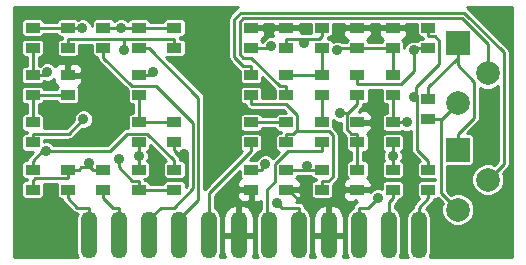
<source format=gbl>
%FSLAX34Y34*%
G04 Gerber Fmt 3.4, Leading zero omitted, Abs format*
G04 (created by PCBNEW (2014-02-02 BZR 4653)-product) date 2014-03-02 10:39:36 PM*
%MOIN*%
G01*
G70*
G90*
G04 APERTURE LIST*
%ADD10C,0.005906*%
%ADD11R,0.045000X0.032000*%
%ADD12O,0.053150X0.157480*%
%ADD13C,0.078700*%
%ADD14R,0.078700X0.078700*%
%ADD15C,0.035000*%
%ADD16C,0.010000*%
G04 APERTURE END LIST*
G54D10*
G54D11*
X30511Y-42854D03*
X30511Y-42184D03*
X25590Y-44429D03*
X25590Y-43759D03*
X26771Y-43759D03*
X26771Y-44429D03*
X25590Y-42854D03*
X25590Y-42184D03*
X34055Y-45334D03*
X34055Y-46004D03*
X34055Y-43759D03*
X34055Y-44429D03*
X34055Y-41279D03*
X34055Y-40609D03*
X32874Y-41279D03*
X32874Y-40609D03*
X34055Y-42184D03*
X34055Y-42854D03*
X22047Y-46004D03*
X22047Y-45334D03*
X31692Y-42854D03*
X31692Y-42184D03*
X31692Y-41279D03*
X31692Y-40609D03*
X25590Y-46004D03*
X25590Y-45334D03*
X26771Y-45334D03*
X26771Y-46004D03*
X24409Y-46004D03*
X24409Y-45334D03*
X23228Y-46004D03*
X23228Y-45334D03*
X35236Y-42972D03*
X35236Y-43642D03*
X29330Y-44429D03*
X29330Y-43759D03*
X29330Y-41279D03*
X29330Y-40609D03*
X30511Y-45334D03*
X30511Y-46004D03*
X29330Y-45334D03*
X29330Y-46004D03*
X31692Y-46004D03*
X31692Y-45334D03*
X30511Y-43759D03*
X30511Y-44429D03*
X29330Y-42184D03*
X29330Y-42854D03*
X32874Y-42854D03*
X32874Y-42184D03*
X32874Y-45334D03*
X32874Y-46004D03*
X32874Y-44429D03*
X32874Y-43759D03*
X35236Y-41279D03*
X35236Y-40609D03*
X35236Y-45334D03*
X35236Y-46004D03*
X22047Y-43759D03*
X22047Y-44429D03*
X23228Y-42854D03*
X23228Y-42184D03*
X22047Y-42184D03*
X22047Y-42854D03*
X22047Y-40609D03*
X22047Y-41279D03*
X23228Y-41279D03*
X23228Y-40609D03*
X26771Y-40609D03*
X26771Y-41279D03*
X25590Y-41279D03*
X25590Y-40609D03*
X24409Y-41279D03*
X24409Y-40609D03*
X31692Y-44429D03*
X31692Y-43759D03*
X30511Y-41279D03*
X30511Y-40609D03*
G54D12*
X34921Y-47519D03*
X33921Y-47519D03*
X32921Y-47519D03*
X31921Y-47519D03*
X30921Y-47519D03*
X29921Y-47519D03*
X28921Y-47519D03*
X27921Y-47519D03*
X26921Y-47519D03*
X25921Y-47519D03*
X24921Y-47519D03*
X23921Y-47519D03*
G54D13*
X37220Y-42125D03*
X36220Y-43125D03*
G54D14*
X36220Y-41125D03*
G54D13*
X37220Y-45669D03*
X36220Y-46669D03*
G54D14*
X36220Y-44669D03*
G54D15*
X37204Y-43307D03*
X31200Y-46299D03*
X27086Y-44822D03*
X28464Y-46338D03*
X33484Y-40610D03*
X31161Y-40629D03*
X28334Y-42044D03*
X32381Y-46491D03*
X24835Y-43894D03*
X24905Y-42721D03*
X28332Y-44118D03*
X34748Y-42932D03*
X25000Y-40609D03*
X25108Y-41365D03*
X30183Y-46440D03*
X33554Y-46287D03*
X23710Y-40620D03*
X32283Y-43453D03*
X31179Y-45224D03*
X29811Y-45157D03*
X26073Y-42076D03*
X23924Y-45122D03*
X22540Y-42083D03*
X22502Y-44724D03*
X32193Y-41365D03*
X24924Y-44972D03*
X25590Y-44881D03*
X34055Y-44881D03*
X34541Y-43761D03*
X34749Y-41365D03*
X30005Y-41220D03*
X31081Y-41121D03*
X23743Y-43654D03*
G54D16*
X36220Y-41125D02*
X36220Y-41649D01*
X35236Y-42598D02*
X35236Y-42972D01*
X36184Y-41649D02*
X35236Y-42598D01*
X36220Y-41649D02*
X36184Y-41649D01*
X36220Y-41866D02*
X36220Y-41649D01*
X36761Y-42407D02*
X36220Y-41866D01*
X36761Y-43604D02*
X36761Y-42407D01*
X36220Y-44145D02*
X36761Y-43604D01*
X36220Y-44669D02*
X36220Y-44145D01*
X35676Y-46125D02*
X35676Y-43642D01*
X36220Y-46669D02*
X35676Y-46125D01*
X35704Y-43642D02*
X35676Y-43642D01*
X36220Y-43125D02*
X35704Y-43642D01*
X35676Y-43642D02*
X35236Y-43642D01*
X24409Y-46294D02*
X24409Y-46004D01*
X24717Y-46602D02*
X24409Y-46294D01*
X24921Y-46602D02*
X24717Y-46602D01*
X24921Y-47519D02*
X24921Y-46602D01*
X24409Y-46004D02*
X24409Y-46004D01*
X23921Y-46602D02*
X23921Y-47519D01*
X23536Y-46602D02*
X23921Y-46602D01*
X23228Y-46294D02*
X23536Y-46602D01*
X23228Y-46004D02*
X23228Y-46294D01*
X23228Y-46004D02*
X23228Y-46004D01*
X25590Y-41279D02*
X25590Y-41279D01*
X25915Y-41279D02*
X25590Y-41279D01*
X27571Y-42935D02*
X25915Y-41279D01*
X27571Y-46347D02*
X27571Y-42935D01*
X26921Y-46998D02*
X27571Y-46347D01*
X26921Y-47519D02*
X26921Y-46998D01*
X25590Y-41279D02*
X25590Y-41279D01*
X24409Y-41607D02*
X24409Y-41279D01*
X25366Y-42564D02*
X24409Y-41607D01*
X26159Y-42564D02*
X25366Y-42564D01*
X27391Y-43796D02*
X26159Y-42564D01*
X27391Y-45963D02*
X27391Y-43796D01*
X26752Y-46602D02*
X27391Y-45963D01*
X26317Y-46602D02*
X26752Y-46602D01*
X25921Y-46998D02*
X26317Y-46602D01*
X25921Y-47519D02*
X25921Y-46998D01*
X24409Y-41279D02*
X24409Y-41279D01*
X30871Y-46299D02*
X31200Y-46299D01*
X30576Y-46004D02*
X30871Y-46299D01*
X30511Y-46004D02*
X30576Y-46004D01*
X26905Y-44822D02*
X27086Y-44822D01*
X26771Y-44689D02*
X26905Y-44822D01*
X26771Y-44429D02*
X26771Y-44689D01*
X28798Y-46004D02*
X28464Y-46338D01*
X29330Y-46004D02*
X28798Y-46004D01*
X33199Y-40610D02*
X33484Y-40610D01*
X33199Y-40609D02*
X33199Y-40610D01*
X32874Y-40609D02*
X33199Y-40609D01*
X31141Y-40609D02*
X29330Y-40609D01*
X31161Y-40629D02*
X31141Y-40609D01*
X29870Y-47468D02*
X29921Y-47519D01*
X29870Y-45990D02*
X29870Y-47468D01*
X30116Y-45744D02*
X29870Y-45990D01*
X30116Y-45156D02*
X30116Y-45744D01*
X30553Y-44719D02*
X30116Y-45156D01*
X31692Y-44719D02*
X30553Y-44719D01*
X31692Y-44429D02*
X31692Y-44719D01*
X31692Y-44429D02*
X31692Y-44429D01*
X27921Y-46129D02*
X27921Y-47519D01*
X29330Y-44719D02*
X27921Y-46129D01*
X29330Y-44429D02*
X29330Y-44719D01*
X29330Y-44429D02*
X29330Y-44429D01*
X34748Y-42932D02*
X34838Y-42932D01*
X35236Y-40900D02*
X35236Y-40609D01*
X35453Y-40900D02*
X35236Y-40900D01*
X35591Y-41037D02*
X35453Y-40900D01*
X35591Y-41828D02*
X35591Y-41037D01*
X34838Y-42580D02*
X35591Y-41828D01*
X34838Y-42932D02*
X34838Y-42580D01*
X35236Y-40609D02*
X35236Y-40609D01*
X34862Y-42955D02*
X34838Y-42932D01*
X34862Y-44670D02*
X34862Y-42955D01*
X35236Y-45044D02*
X34862Y-44670D01*
X35236Y-45334D02*
X35236Y-45044D01*
X35236Y-45334D02*
X35236Y-45334D01*
X25000Y-40609D02*
X24409Y-40609D01*
X25590Y-40609D02*
X25590Y-40609D01*
X25000Y-40609D02*
X25000Y-40609D01*
X25000Y-40609D02*
X25000Y-40609D01*
X25000Y-40609D02*
X25590Y-40609D01*
X25590Y-40609D02*
X25590Y-40609D01*
X25590Y-40609D02*
X25590Y-40609D01*
X24409Y-40609D02*
X24409Y-40609D01*
X25590Y-40609D02*
X26771Y-40609D01*
X26771Y-40609D02*
X26771Y-40609D01*
X25108Y-41365D02*
X25108Y-40989D01*
X23228Y-40989D02*
X23228Y-41279D01*
X25108Y-40989D02*
X23228Y-40989D01*
X23228Y-41279D02*
X23228Y-41279D01*
X26771Y-41279D02*
X26771Y-41279D01*
X26771Y-40989D02*
X25108Y-40989D01*
X26771Y-41279D02*
X26771Y-40989D01*
X30345Y-46602D02*
X30183Y-46440D01*
X30921Y-46602D02*
X30345Y-46602D01*
X30921Y-47519D02*
X30921Y-46602D01*
X33240Y-46602D02*
X33554Y-46287D01*
X32921Y-46602D02*
X33240Y-46602D01*
X32921Y-47519D02*
X32921Y-46602D01*
X23228Y-40609D02*
X23228Y-40609D01*
X23228Y-40609D02*
X23228Y-40609D01*
X23228Y-40609D02*
X23228Y-40609D01*
X23593Y-40620D02*
X23710Y-40620D01*
X23583Y-40609D02*
X23593Y-40620D01*
X23228Y-40609D02*
X23583Y-40609D01*
X23228Y-40609D02*
X23228Y-40609D01*
X23228Y-40609D02*
X22047Y-40609D01*
X22047Y-40609D02*
X22047Y-40609D01*
X32285Y-43454D02*
X32283Y-43453D01*
X32518Y-43454D02*
X32285Y-43454D01*
X32874Y-44139D02*
X32874Y-44429D01*
X32675Y-44139D02*
X32874Y-44139D01*
X32518Y-43983D02*
X32675Y-44139D01*
X32518Y-43454D02*
X32518Y-43983D01*
X32874Y-44429D02*
X32874Y-45334D01*
X32874Y-45334D02*
X32874Y-45334D01*
X32563Y-43454D02*
X32518Y-43454D01*
X32874Y-43144D02*
X32563Y-43454D01*
X32874Y-42854D02*
X32874Y-43144D01*
X32874Y-42854D02*
X32874Y-42854D01*
X30511Y-43759D02*
X30511Y-43759D01*
X29330Y-43759D02*
X30511Y-43759D01*
X29330Y-43759D02*
X29330Y-43759D01*
X37751Y-45137D02*
X37220Y-45669D01*
X37751Y-41422D02*
X37751Y-45137D01*
X36435Y-40106D02*
X37751Y-41422D01*
X28983Y-40106D02*
X36435Y-40106D01*
X28773Y-40315D02*
X28983Y-40106D01*
X28773Y-41591D02*
X28773Y-40315D01*
X29076Y-41894D02*
X28773Y-41591D01*
X29330Y-41894D02*
X29076Y-41894D01*
X29330Y-42184D02*
X29330Y-41894D01*
X31692Y-45714D02*
X31692Y-46004D01*
X31910Y-45714D02*
X31692Y-45714D01*
X32048Y-45576D02*
X31910Y-45714D01*
X32048Y-44191D02*
X32048Y-45576D01*
X31920Y-44063D02*
X32048Y-44191D01*
X30929Y-44063D02*
X31920Y-44063D01*
X30866Y-44001D02*
X30929Y-44063D01*
X31692Y-46004D02*
X31692Y-46004D01*
X30511Y-44139D02*
X30511Y-44429D01*
X30729Y-44139D02*
X30511Y-44139D01*
X30866Y-44001D02*
X30729Y-44139D01*
X30511Y-44429D02*
X30511Y-44429D01*
X30866Y-43529D02*
X30866Y-44001D01*
X30481Y-43144D02*
X30866Y-43529D01*
X29330Y-43144D02*
X30481Y-43144D01*
X29330Y-42854D02*
X29330Y-43144D01*
X29330Y-42854D02*
X29330Y-42854D01*
X31179Y-45257D02*
X31179Y-45224D01*
X31102Y-45334D02*
X31179Y-45257D01*
X31692Y-45334D02*
X31692Y-45334D01*
X31692Y-45334D02*
X31102Y-45334D01*
X31692Y-45334D02*
X31692Y-45334D01*
X31102Y-45334D02*
X30511Y-45334D01*
X30511Y-45334D02*
X30511Y-45334D01*
X29330Y-45334D02*
X29330Y-45334D01*
X29685Y-45283D02*
X29811Y-45157D01*
X29685Y-45334D02*
X29685Y-45283D01*
X29330Y-45334D02*
X29685Y-45334D01*
X29330Y-45334D02*
X29330Y-45334D01*
X25590Y-43759D02*
X26771Y-43759D01*
X25590Y-42854D02*
X25590Y-43351D01*
X25590Y-42854D02*
X25590Y-42854D01*
X25590Y-43351D02*
X25590Y-43555D01*
X25590Y-43555D02*
X25590Y-43759D01*
X25590Y-43759D02*
X25590Y-43759D01*
X25590Y-43351D02*
X25590Y-43555D01*
X25590Y-43555D02*
X25590Y-43759D01*
X26771Y-43759D02*
X26771Y-43759D01*
X25590Y-42184D02*
X25590Y-42184D01*
X26053Y-42076D02*
X26073Y-42076D01*
X25945Y-42184D02*
X26053Y-42076D01*
X25590Y-42184D02*
X25945Y-42184D01*
X25590Y-42184D02*
X25590Y-42184D01*
X23924Y-45252D02*
X23924Y-45122D01*
X22047Y-46004D02*
X22047Y-46004D01*
X23228Y-45624D02*
X23228Y-45334D01*
X22137Y-45624D02*
X23228Y-45624D01*
X22047Y-45714D02*
X22137Y-45624D01*
X22047Y-46004D02*
X22047Y-45714D01*
X23665Y-45252D02*
X23924Y-45252D01*
X23583Y-45334D02*
X23665Y-45252D01*
X23228Y-45334D02*
X23583Y-45334D01*
X23228Y-45334D02*
X23228Y-45334D01*
X24409Y-45334D02*
X24409Y-45334D01*
X23972Y-45252D02*
X23924Y-45252D01*
X24054Y-45334D02*
X23972Y-45252D01*
X24409Y-45334D02*
X24054Y-45334D01*
X24409Y-45334D02*
X24409Y-45334D01*
X22047Y-41279D02*
X22047Y-41279D01*
X22047Y-41732D02*
X22047Y-42184D01*
X22047Y-41279D02*
X22047Y-41732D01*
X22503Y-42083D02*
X22540Y-42083D01*
X22402Y-42184D02*
X22503Y-42083D01*
X22047Y-42184D02*
X22402Y-42184D01*
X22047Y-41732D02*
X22047Y-42184D01*
X24615Y-44724D02*
X22502Y-44724D01*
X25200Y-44139D02*
X24615Y-44724D01*
X25877Y-44139D02*
X25200Y-44139D01*
X26771Y-45033D02*
X25877Y-44139D01*
X26771Y-45334D02*
X26771Y-45033D01*
X26771Y-45334D02*
X26771Y-45334D01*
X22047Y-45044D02*
X22047Y-45334D01*
X22367Y-44724D02*
X22047Y-45044D01*
X22502Y-44724D02*
X22367Y-44724D01*
X22047Y-45334D02*
X22047Y-45334D01*
X31692Y-43759D02*
X31692Y-43759D01*
X31692Y-43759D02*
X31692Y-42854D01*
X31692Y-42854D02*
X31692Y-42854D01*
X34055Y-41732D02*
X34055Y-41279D01*
X34055Y-41732D02*
X34055Y-41279D01*
X34055Y-42184D02*
X34055Y-41732D01*
X34055Y-42184D02*
X34055Y-42184D01*
X32279Y-41279D02*
X32874Y-41279D01*
X32193Y-41365D02*
X32279Y-41279D01*
X32874Y-41279D02*
X32874Y-41279D01*
X32874Y-41279D02*
X34055Y-41279D01*
X34055Y-41279D02*
X34055Y-41279D01*
X34055Y-41279D02*
X34055Y-41279D01*
X30299Y-42564D02*
X30511Y-42564D01*
X29342Y-41607D02*
X30299Y-42564D01*
X29075Y-41607D02*
X29342Y-41607D01*
X28957Y-41489D02*
X29075Y-41607D01*
X28957Y-40406D02*
X28957Y-41489D01*
X29067Y-40296D02*
X28957Y-40406D01*
X36366Y-40296D02*
X29067Y-40296D01*
X37220Y-41151D02*
X36366Y-40296D01*
X37220Y-42125D02*
X37220Y-41151D01*
X30511Y-42854D02*
X30511Y-42564D01*
X31692Y-41279D02*
X31692Y-41882D01*
X31692Y-41279D02*
X31692Y-41279D01*
X31692Y-41882D02*
X31692Y-42033D01*
X31692Y-42033D02*
X31692Y-42184D01*
X31692Y-42184D02*
X31692Y-42184D01*
X31692Y-41882D02*
X31692Y-42033D01*
X31692Y-42033D02*
X31692Y-42184D01*
X31692Y-42184D02*
X30511Y-42184D01*
X30511Y-42184D02*
X30511Y-42184D01*
X25590Y-46004D02*
X25590Y-46004D01*
X25590Y-46004D02*
X25590Y-46004D01*
X25590Y-45714D02*
X25590Y-46004D01*
X25372Y-45714D02*
X25590Y-45714D01*
X24924Y-45265D02*
X25372Y-45714D01*
X24924Y-44972D02*
X24924Y-45265D01*
X25590Y-46004D02*
X25590Y-46004D01*
X25590Y-46004D02*
X26771Y-46004D01*
X26771Y-46004D02*
X26771Y-46004D01*
X25590Y-44881D02*
X25590Y-45334D01*
X25590Y-45334D02*
X25590Y-45334D01*
X25590Y-44429D02*
X25590Y-44881D01*
X25590Y-44429D02*
X25590Y-44429D01*
X34055Y-44429D02*
X34055Y-44881D01*
X34055Y-44429D02*
X34055Y-44429D01*
X34055Y-44881D02*
X34055Y-45334D01*
X34055Y-45334D02*
X34055Y-45334D01*
X34055Y-42854D02*
X34055Y-42854D01*
X34055Y-43453D02*
X34055Y-43759D01*
X34055Y-42854D02*
X34055Y-43453D01*
X34538Y-43759D02*
X34541Y-43761D01*
X34055Y-43759D02*
X34538Y-43759D01*
X34055Y-43453D02*
X34055Y-43759D01*
X32874Y-42474D02*
X32874Y-42184D01*
X34342Y-42474D02*
X32874Y-42474D01*
X34749Y-42067D02*
X34342Y-42474D01*
X34749Y-41365D02*
X34749Y-42067D01*
X32874Y-42184D02*
X32874Y-42184D01*
X34881Y-41279D02*
X35236Y-41279D01*
X34795Y-41365D02*
X34881Y-41279D01*
X34749Y-41365D02*
X34795Y-41365D01*
X35236Y-41279D02*
X35236Y-41279D01*
X35236Y-41279D02*
X35236Y-41279D01*
X29330Y-41279D02*
X29330Y-41279D01*
X29946Y-41279D02*
X30005Y-41220D01*
X29330Y-41279D02*
X29946Y-41279D01*
X29330Y-41279D02*
X29330Y-41279D01*
X31081Y-40989D02*
X31081Y-41121D01*
X31692Y-40900D02*
X31692Y-40609D01*
X31603Y-40989D02*
X31692Y-40900D01*
X31081Y-40989D02*
X31603Y-40989D01*
X31692Y-40609D02*
X31692Y-40609D01*
X30511Y-41279D02*
X30511Y-41279D01*
X30511Y-40989D02*
X31081Y-40989D01*
X30511Y-41279D02*
X30511Y-40989D01*
X22047Y-43307D02*
X22047Y-42854D01*
X22047Y-43307D02*
X22047Y-42854D01*
X22047Y-43759D02*
X22047Y-43307D01*
X22047Y-43759D02*
X22047Y-43759D01*
X23228Y-42854D02*
X23228Y-42854D01*
X22047Y-42854D02*
X22047Y-42854D01*
X22047Y-42854D02*
X23228Y-42854D01*
X22047Y-42854D02*
X22047Y-42854D01*
X22047Y-44139D02*
X22047Y-44429D01*
X23258Y-44139D02*
X22047Y-44139D01*
X23743Y-43654D02*
X23258Y-44139D01*
X22047Y-44429D02*
X22047Y-44429D01*
X33921Y-46428D02*
X33921Y-47519D01*
X34055Y-46294D02*
X33921Y-46428D01*
X34055Y-46004D02*
X34055Y-46294D01*
X34055Y-46004D02*
X34055Y-46004D01*
X34921Y-46602D02*
X34921Y-47519D01*
X35229Y-46294D02*
X34921Y-46602D01*
X35236Y-46294D02*
X35229Y-46294D01*
X35236Y-46004D02*
X35236Y-46294D01*
X35236Y-46004D02*
X35236Y-46004D01*
G54D10*
G36*
X26829Y-44479D02*
X26821Y-44479D01*
X26821Y-44487D01*
X26721Y-44487D01*
X26721Y-44479D01*
X26713Y-44479D01*
X26713Y-44379D01*
X26721Y-44379D01*
X26721Y-44371D01*
X26821Y-44371D01*
X26821Y-44379D01*
X26829Y-44379D01*
X26829Y-44479D01*
X26829Y-44479D01*
G37*
G54D16*
X26829Y-44479D02*
X26821Y-44479D01*
X26821Y-44487D01*
X26721Y-44487D01*
X26721Y-44479D01*
X26713Y-44479D01*
X26713Y-44379D01*
X26721Y-44379D01*
X26721Y-44371D01*
X26821Y-44371D01*
X26821Y-44379D01*
X26829Y-44379D01*
X26829Y-44479D01*
G54D10*
G36*
X27191Y-45880D02*
X27146Y-45925D01*
X27146Y-45814D01*
X27123Y-45759D01*
X27081Y-45717D01*
X27026Y-45694D01*
X26966Y-45694D01*
X26516Y-45694D01*
X26461Y-45717D01*
X26419Y-45759D01*
X26400Y-45804D01*
X25961Y-45804D01*
X25942Y-45759D01*
X25900Y-45717D01*
X25845Y-45694D01*
X25786Y-45694D01*
X25776Y-45644D01*
X25845Y-45644D01*
X25900Y-45621D01*
X25942Y-45579D01*
X25965Y-45524D01*
X25965Y-45464D01*
X25965Y-45144D01*
X25942Y-45089D01*
X25900Y-45047D01*
X25877Y-45037D01*
X25915Y-44946D01*
X25915Y-44817D01*
X25877Y-44726D01*
X25900Y-44716D01*
X25942Y-44674D01*
X25965Y-44619D01*
X25965Y-44559D01*
X25965Y-44510D01*
X26490Y-45035D01*
X26461Y-45047D01*
X26419Y-45089D01*
X26396Y-45144D01*
X26396Y-45204D01*
X26396Y-45524D01*
X26419Y-45579D01*
X26461Y-45621D01*
X26516Y-45644D01*
X26576Y-45644D01*
X27026Y-45644D01*
X27081Y-45621D01*
X27123Y-45579D01*
X27146Y-45524D01*
X27146Y-45464D01*
X27146Y-45144D01*
X27123Y-45089D01*
X27081Y-45047D01*
X27026Y-45024D01*
X26969Y-45024D01*
X26964Y-44998D01*
X26956Y-44957D01*
X26956Y-44957D01*
X26956Y-44957D01*
X26934Y-44924D01*
X26913Y-44892D01*
X26913Y-44892D01*
X26913Y-44892D01*
X26821Y-44801D01*
X26821Y-44776D01*
X26884Y-44839D01*
X26946Y-44839D01*
X27046Y-44839D01*
X27138Y-44801D01*
X27191Y-44748D01*
X27191Y-45880D01*
X27191Y-45880D01*
G37*
G54D16*
X27191Y-45880D02*
X27146Y-45925D01*
X27146Y-45814D01*
X27123Y-45759D01*
X27081Y-45717D01*
X27026Y-45694D01*
X26966Y-45694D01*
X26516Y-45694D01*
X26461Y-45717D01*
X26419Y-45759D01*
X26400Y-45804D01*
X25961Y-45804D01*
X25942Y-45759D01*
X25900Y-45717D01*
X25845Y-45694D01*
X25786Y-45694D01*
X25776Y-45644D01*
X25845Y-45644D01*
X25900Y-45621D01*
X25942Y-45579D01*
X25965Y-45524D01*
X25965Y-45464D01*
X25965Y-45144D01*
X25942Y-45089D01*
X25900Y-45047D01*
X25877Y-45037D01*
X25915Y-44946D01*
X25915Y-44817D01*
X25877Y-44726D01*
X25900Y-44716D01*
X25942Y-44674D01*
X25965Y-44619D01*
X25965Y-44559D01*
X25965Y-44510D01*
X26490Y-45035D01*
X26461Y-45047D01*
X26419Y-45089D01*
X26396Y-45144D01*
X26396Y-45204D01*
X26396Y-45524D01*
X26419Y-45579D01*
X26461Y-45621D01*
X26516Y-45644D01*
X26576Y-45644D01*
X27026Y-45644D01*
X27081Y-45621D01*
X27123Y-45579D01*
X27146Y-45524D01*
X27146Y-45464D01*
X27146Y-45144D01*
X27123Y-45089D01*
X27081Y-45047D01*
X27026Y-45024D01*
X26969Y-45024D01*
X26964Y-44998D01*
X26956Y-44957D01*
X26956Y-44957D01*
X26956Y-44957D01*
X26934Y-44924D01*
X26913Y-44892D01*
X26913Y-44892D01*
X26913Y-44892D01*
X26821Y-44801D01*
X26821Y-44776D01*
X26884Y-44839D01*
X26946Y-44839D01*
X27046Y-44839D01*
X27138Y-44801D01*
X27191Y-44748D01*
X27191Y-45880D01*
G54D10*
G36*
X29670Y-46656D02*
X29627Y-46685D01*
X29537Y-46820D01*
X29505Y-46979D01*
X29505Y-48059D01*
X29537Y-48218D01*
X29561Y-48255D01*
X29387Y-48255D01*
X29437Y-48091D01*
X29437Y-47569D01*
X29437Y-47469D01*
X29437Y-46948D01*
X29378Y-46754D01*
X29280Y-46634D01*
X29280Y-46351D01*
X29280Y-46054D01*
X28918Y-46054D01*
X28855Y-46116D01*
X28855Y-46214D01*
X28893Y-46305D01*
X28964Y-46376D01*
X29055Y-46414D01*
X29155Y-46414D01*
X29218Y-46414D01*
X29280Y-46351D01*
X29280Y-46634D01*
X29250Y-46597D01*
X29072Y-46502D01*
X29050Y-46498D01*
X28971Y-46547D01*
X28971Y-47469D01*
X29437Y-47469D01*
X29437Y-47569D01*
X28971Y-47569D01*
X28971Y-47577D01*
X28871Y-47577D01*
X28871Y-47569D01*
X28871Y-47469D01*
X28871Y-46547D01*
X28791Y-46498D01*
X28770Y-46502D01*
X28591Y-46597D01*
X28463Y-46754D01*
X28405Y-46948D01*
X28405Y-47469D01*
X28871Y-47469D01*
X28871Y-47569D01*
X28405Y-47569D01*
X28405Y-48091D01*
X28455Y-48255D01*
X28280Y-48255D01*
X28305Y-48218D01*
X28337Y-48059D01*
X28337Y-46979D01*
X28305Y-46820D01*
X28215Y-46685D01*
X28121Y-46622D01*
X28121Y-46211D01*
X28955Y-45377D01*
X28955Y-45524D01*
X28978Y-45579D01*
X29011Y-45612D01*
X28964Y-45632D01*
X28893Y-45702D01*
X28855Y-45794D01*
X28855Y-45891D01*
X28918Y-45954D01*
X29280Y-45954D01*
X29280Y-45946D01*
X29380Y-45946D01*
X29380Y-45954D01*
X29388Y-45954D01*
X29388Y-46054D01*
X29380Y-46054D01*
X29380Y-46351D01*
X29443Y-46414D01*
X29505Y-46414D01*
X29605Y-46414D01*
X29670Y-46387D01*
X29670Y-46656D01*
X29670Y-46656D01*
G37*
G54D16*
X29670Y-46656D02*
X29627Y-46685D01*
X29537Y-46820D01*
X29505Y-46979D01*
X29505Y-48059D01*
X29537Y-48218D01*
X29561Y-48255D01*
X29387Y-48255D01*
X29437Y-48091D01*
X29437Y-47569D01*
X29437Y-47469D01*
X29437Y-46948D01*
X29378Y-46754D01*
X29280Y-46634D01*
X29280Y-46351D01*
X29280Y-46054D01*
X28918Y-46054D01*
X28855Y-46116D01*
X28855Y-46214D01*
X28893Y-46305D01*
X28964Y-46376D01*
X29055Y-46414D01*
X29155Y-46414D01*
X29218Y-46414D01*
X29280Y-46351D01*
X29280Y-46634D01*
X29250Y-46597D01*
X29072Y-46502D01*
X29050Y-46498D01*
X28971Y-46547D01*
X28971Y-47469D01*
X29437Y-47469D01*
X29437Y-47569D01*
X28971Y-47569D01*
X28971Y-47577D01*
X28871Y-47577D01*
X28871Y-47569D01*
X28871Y-47469D01*
X28871Y-46547D01*
X28791Y-46498D01*
X28770Y-46502D01*
X28591Y-46597D01*
X28463Y-46754D01*
X28405Y-46948D01*
X28405Y-47469D01*
X28871Y-47469D01*
X28871Y-47569D01*
X28405Y-47569D01*
X28405Y-48091D01*
X28455Y-48255D01*
X28280Y-48255D01*
X28305Y-48218D01*
X28337Y-48059D01*
X28337Y-46979D01*
X28305Y-46820D01*
X28215Y-46685D01*
X28121Y-46622D01*
X28121Y-46211D01*
X28955Y-45377D01*
X28955Y-45524D01*
X28978Y-45579D01*
X29011Y-45612D01*
X28964Y-45632D01*
X28893Y-45702D01*
X28855Y-45794D01*
X28855Y-45891D01*
X28918Y-45954D01*
X29280Y-45954D01*
X29280Y-45946D01*
X29380Y-45946D01*
X29380Y-45954D01*
X29388Y-45954D01*
X29388Y-46054D01*
X29380Y-46054D01*
X29380Y-46351D01*
X29443Y-46414D01*
X29505Y-46414D01*
X29605Y-46414D01*
X29670Y-46387D01*
X29670Y-46656D01*
G54D10*
G36*
X30503Y-43449D02*
X30256Y-43449D01*
X30201Y-43472D01*
X30159Y-43514D01*
X30141Y-43559D01*
X29701Y-43559D01*
X29682Y-43514D01*
X29640Y-43472D01*
X29585Y-43449D01*
X29525Y-43449D01*
X29075Y-43449D01*
X29020Y-43472D01*
X28978Y-43514D01*
X28955Y-43569D01*
X28955Y-43629D01*
X28955Y-43949D01*
X28978Y-44004D01*
X29020Y-44046D01*
X29075Y-44069D01*
X29135Y-44069D01*
X29585Y-44069D01*
X29640Y-44046D01*
X29682Y-44004D01*
X29701Y-43959D01*
X30141Y-43959D01*
X30159Y-44004D01*
X30201Y-44046D01*
X30256Y-44069D01*
X30316Y-44069D01*
X30325Y-44069D01*
X30315Y-44119D01*
X30256Y-44119D01*
X30201Y-44142D01*
X30159Y-44184D01*
X30136Y-44239D01*
X30136Y-44299D01*
X30136Y-44619D01*
X30159Y-44674D01*
X30201Y-44716D01*
X30252Y-44737D01*
X30051Y-44938D01*
X29995Y-44882D01*
X29876Y-44832D01*
X29747Y-44832D01*
X29627Y-44882D01*
X29536Y-44973D01*
X29515Y-45024D01*
X29308Y-45024D01*
X29472Y-44861D01*
X29472Y-44861D01*
X29515Y-44796D01*
X29526Y-44739D01*
X29585Y-44739D01*
X29640Y-44716D01*
X29682Y-44674D01*
X29705Y-44619D01*
X29705Y-44559D01*
X29705Y-44239D01*
X29682Y-44184D01*
X29640Y-44142D01*
X29585Y-44119D01*
X29525Y-44119D01*
X29075Y-44119D01*
X29020Y-44142D01*
X28978Y-44184D01*
X28955Y-44239D01*
X28955Y-44299D01*
X28955Y-44619D01*
X28978Y-44674D01*
X29020Y-44716D01*
X29042Y-44725D01*
X27779Y-45987D01*
X27771Y-46000D01*
X27771Y-42935D01*
X27771Y-42935D01*
X27771Y-42935D01*
X27763Y-42896D01*
X27756Y-42859D01*
X27756Y-42859D01*
X27756Y-42859D01*
X27733Y-42824D01*
X27713Y-42794D01*
X27713Y-42794D01*
X27713Y-42794D01*
X26502Y-41583D01*
X26516Y-41589D01*
X26576Y-41589D01*
X27026Y-41589D01*
X27081Y-41567D01*
X27123Y-41524D01*
X27146Y-41469D01*
X27146Y-41410D01*
X27146Y-41090D01*
X27123Y-41034D01*
X27081Y-40992D01*
X27026Y-40969D01*
X26967Y-40969D01*
X26957Y-40919D01*
X27026Y-40919D01*
X27081Y-40897D01*
X27123Y-40854D01*
X27146Y-40799D01*
X27146Y-40740D01*
X27146Y-40420D01*
X27123Y-40364D01*
X27081Y-40322D01*
X27026Y-40299D01*
X26966Y-40299D01*
X26516Y-40299D01*
X26461Y-40322D01*
X26419Y-40364D01*
X26400Y-40409D01*
X25961Y-40409D01*
X25942Y-40364D01*
X25900Y-40322D01*
X25845Y-40299D01*
X25785Y-40299D01*
X25335Y-40299D01*
X25280Y-40322D01*
X25238Y-40364D01*
X25231Y-40381D01*
X25184Y-40334D01*
X25064Y-40284D01*
X24935Y-40284D01*
X24816Y-40334D01*
X24768Y-40381D01*
X24761Y-40364D01*
X24719Y-40322D01*
X24664Y-40299D01*
X24604Y-40299D01*
X24154Y-40299D01*
X24099Y-40322D01*
X24057Y-40364D01*
X24034Y-40420D01*
X24034Y-40479D01*
X24034Y-40554D01*
X23985Y-40436D01*
X23894Y-40344D01*
X23775Y-40295D01*
X23645Y-40295D01*
X23550Y-40334D01*
X23538Y-40322D01*
X23483Y-40299D01*
X23423Y-40299D01*
X22973Y-40299D01*
X22918Y-40322D01*
X22876Y-40364D01*
X22857Y-40409D01*
X22418Y-40409D01*
X22399Y-40364D01*
X22357Y-40322D01*
X22302Y-40299D01*
X22242Y-40299D01*
X21792Y-40299D01*
X21737Y-40322D01*
X21695Y-40364D01*
X21672Y-40420D01*
X21672Y-40479D01*
X21672Y-40799D01*
X21695Y-40854D01*
X21737Y-40897D01*
X21792Y-40919D01*
X21852Y-40919D01*
X22302Y-40919D01*
X22357Y-40897D01*
X22399Y-40854D01*
X22418Y-40809D01*
X22857Y-40809D01*
X22876Y-40854D01*
X22918Y-40897D01*
X22973Y-40919D01*
X23033Y-40919D01*
X23042Y-40919D01*
X23032Y-40969D01*
X22973Y-40969D01*
X22918Y-40992D01*
X22876Y-41034D01*
X22853Y-41090D01*
X22853Y-41149D01*
X22853Y-41469D01*
X22876Y-41524D01*
X22918Y-41567D01*
X22973Y-41589D01*
X23033Y-41589D01*
X23483Y-41589D01*
X23538Y-41567D01*
X23580Y-41524D01*
X23603Y-41469D01*
X23603Y-41410D01*
X23603Y-41189D01*
X24034Y-41189D01*
X24034Y-41469D01*
X24057Y-41524D01*
X24099Y-41567D01*
X24154Y-41589D01*
X24209Y-41589D01*
X24209Y-41607D01*
X24209Y-41607D01*
X24209Y-41607D01*
X24217Y-41645D01*
X24224Y-41684D01*
X24224Y-41684D01*
X24224Y-41684D01*
X24246Y-41717D01*
X24268Y-41749D01*
X24268Y-41749D01*
X24268Y-41749D01*
X25215Y-42696D01*
X25215Y-42724D01*
X25215Y-43044D01*
X25238Y-43099D01*
X25280Y-43141D01*
X25335Y-43164D01*
X25390Y-43164D01*
X25390Y-43351D01*
X25390Y-43449D01*
X25335Y-43449D01*
X25280Y-43472D01*
X25238Y-43514D01*
X25215Y-43569D01*
X25215Y-43629D01*
X25215Y-43939D01*
X25200Y-43939D01*
X25123Y-43954D01*
X25059Y-43997D01*
X24532Y-44524D01*
X22761Y-44524D01*
X22686Y-44448D01*
X22567Y-44399D01*
X22438Y-44398D01*
X22422Y-44405D01*
X22422Y-44339D01*
X23258Y-44339D01*
X23258Y-44339D01*
X23297Y-44331D01*
X23335Y-44324D01*
X23335Y-44324D01*
X23335Y-44324D01*
X23367Y-44302D01*
X23399Y-44280D01*
X23399Y-44280D01*
X23701Y-43979D01*
X23808Y-43979D01*
X23927Y-43930D01*
X24019Y-43838D01*
X24068Y-43719D01*
X24068Y-43589D01*
X24019Y-43470D01*
X23928Y-43378D01*
X23808Y-43329D01*
X23679Y-43329D01*
X23559Y-43378D01*
X23468Y-43469D01*
X23418Y-43589D01*
X23418Y-43696D01*
X23175Y-43939D01*
X22422Y-43939D01*
X22422Y-43889D01*
X22422Y-43569D01*
X22399Y-43514D01*
X22357Y-43472D01*
X22302Y-43449D01*
X22247Y-43449D01*
X22247Y-43307D01*
X22247Y-43164D01*
X22302Y-43164D01*
X22357Y-43141D01*
X22399Y-43099D01*
X22418Y-43054D01*
X22857Y-43054D01*
X22876Y-43099D01*
X22918Y-43141D01*
X22973Y-43164D01*
X23033Y-43164D01*
X23483Y-43164D01*
X23538Y-43141D01*
X23580Y-43099D01*
X23603Y-43044D01*
X23603Y-42984D01*
X23603Y-42664D01*
X23580Y-42609D01*
X23547Y-42576D01*
X23594Y-42556D01*
X23665Y-42486D01*
X23703Y-42394D01*
X23703Y-42297D01*
X23703Y-42072D01*
X23703Y-41974D01*
X23665Y-41883D01*
X23594Y-41812D01*
X23503Y-41774D01*
X23403Y-41774D01*
X23340Y-41774D01*
X23278Y-41837D01*
X23278Y-42134D01*
X23640Y-42134D01*
X23703Y-42072D01*
X23703Y-42297D01*
X23640Y-42234D01*
X23278Y-42234D01*
X23278Y-42242D01*
X23178Y-42242D01*
X23178Y-42234D01*
X23170Y-42234D01*
X23170Y-42134D01*
X23178Y-42134D01*
X23178Y-41837D01*
X23115Y-41774D01*
X23053Y-41774D01*
X22953Y-41774D01*
X22861Y-41812D01*
X22795Y-41878D01*
X22725Y-41808D01*
X22605Y-41758D01*
X22476Y-41758D01*
X22356Y-41807D01*
X22289Y-41874D01*
X22247Y-41874D01*
X22247Y-41732D01*
X22247Y-41589D01*
X22302Y-41589D01*
X22357Y-41567D01*
X22399Y-41524D01*
X22422Y-41469D01*
X22422Y-41410D01*
X22422Y-41090D01*
X22399Y-41034D01*
X22357Y-40992D01*
X22302Y-40969D01*
X22242Y-40969D01*
X21792Y-40969D01*
X21737Y-40992D01*
X21695Y-41034D01*
X21672Y-41090D01*
X21672Y-41149D01*
X21672Y-41469D01*
X21695Y-41524D01*
X21737Y-41567D01*
X21792Y-41589D01*
X21847Y-41589D01*
X21847Y-41732D01*
X21847Y-41874D01*
X21792Y-41874D01*
X21737Y-41897D01*
X21695Y-41939D01*
X21672Y-41994D01*
X21672Y-42054D01*
X21672Y-42374D01*
X21695Y-42429D01*
X21737Y-42471D01*
X21792Y-42494D01*
X21852Y-42494D01*
X22302Y-42494D01*
X22357Y-42471D01*
X22399Y-42429D01*
X22418Y-42384D01*
X22475Y-42408D01*
X22605Y-42408D01*
X22724Y-42359D01*
X22753Y-42330D01*
X22753Y-42394D01*
X22791Y-42486D01*
X22861Y-42556D01*
X22909Y-42576D01*
X22876Y-42609D01*
X22857Y-42654D01*
X22418Y-42654D01*
X22399Y-42609D01*
X22357Y-42567D01*
X22302Y-42544D01*
X22242Y-42544D01*
X21792Y-42544D01*
X21737Y-42567D01*
X21695Y-42609D01*
X21672Y-42664D01*
X21672Y-42724D01*
X21672Y-43044D01*
X21695Y-43099D01*
X21737Y-43141D01*
X21792Y-43164D01*
X21847Y-43164D01*
X21847Y-43307D01*
X21847Y-43449D01*
X21792Y-43449D01*
X21737Y-43472D01*
X21695Y-43514D01*
X21672Y-43569D01*
X21672Y-43629D01*
X21672Y-43949D01*
X21695Y-44004D01*
X21737Y-44046D01*
X21792Y-44069D01*
X21852Y-44069D01*
X21861Y-44069D01*
X21851Y-44119D01*
X21792Y-44119D01*
X21737Y-44142D01*
X21695Y-44184D01*
X21672Y-44239D01*
X21672Y-44299D01*
X21672Y-44619D01*
X21695Y-44674D01*
X21737Y-44716D01*
X21792Y-44739D01*
X21852Y-44739D01*
X22069Y-44739D01*
X21905Y-44902D01*
X21905Y-44902D01*
X21905Y-44902D01*
X21884Y-44934D01*
X21862Y-44967D01*
X21862Y-44967D01*
X21862Y-44967D01*
X21854Y-45005D01*
X21851Y-45024D01*
X21792Y-45024D01*
X21737Y-45047D01*
X21695Y-45089D01*
X21672Y-45144D01*
X21672Y-45204D01*
X21672Y-45524D01*
X21695Y-45579D01*
X21737Y-45621D01*
X21792Y-45644D01*
X21852Y-45644D01*
X21861Y-45644D01*
X21851Y-45694D01*
X21792Y-45694D01*
X21737Y-45717D01*
X21695Y-45759D01*
X21672Y-45814D01*
X21672Y-45874D01*
X21672Y-46194D01*
X21695Y-46249D01*
X21737Y-46291D01*
X21792Y-46314D01*
X21852Y-46314D01*
X22302Y-46314D01*
X22357Y-46291D01*
X22399Y-46249D01*
X22422Y-46194D01*
X22422Y-46134D01*
X22422Y-45824D01*
X22853Y-45824D01*
X22853Y-45874D01*
X22853Y-46194D01*
X22876Y-46249D01*
X22918Y-46291D01*
X22973Y-46314D01*
X23032Y-46314D01*
X23035Y-46332D01*
X23043Y-46370D01*
X23043Y-46371D01*
X23043Y-46371D01*
X23065Y-46403D01*
X23086Y-46435D01*
X23086Y-46435D01*
X23394Y-46743D01*
X23394Y-46743D01*
X23394Y-46743D01*
X23426Y-46765D01*
X23459Y-46787D01*
X23459Y-46787D01*
X23459Y-46787D01*
X23497Y-46794D01*
X23536Y-46802D01*
X23536Y-46802D01*
X23536Y-46802D01*
X23549Y-46802D01*
X23537Y-46820D01*
X23505Y-46979D01*
X23505Y-48059D01*
X23537Y-48218D01*
X23561Y-48255D01*
X21429Y-48255D01*
X21429Y-39933D01*
X28888Y-39933D01*
X28841Y-39964D01*
X28632Y-40174D01*
X28588Y-40239D01*
X28573Y-40315D01*
X28573Y-41591D01*
X28588Y-41667D01*
X28632Y-41732D01*
X28935Y-42035D01*
X28955Y-42049D01*
X28955Y-42054D01*
X28955Y-42374D01*
X28978Y-42429D01*
X29020Y-42471D01*
X29075Y-42494D01*
X29135Y-42494D01*
X29585Y-42494D01*
X29640Y-42471D01*
X29682Y-42429D01*
X29705Y-42374D01*
X29705Y-42314D01*
X29705Y-42253D01*
X30136Y-42684D01*
X30136Y-42724D01*
X30136Y-42944D01*
X29705Y-42944D01*
X29705Y-42664D01*
X29682Y-42609D01*
X29640Y-42567D01*
X29585Y-42544D01*
X29525Y-42544D01*
X29075Y-42544D01*
X29020Y-42567D01*
X28978Y-42609D01*
X28955Y-42664D01*
X28955Y-42724D01*
X28955Y-43044D01*
X28978Y-43099D01*
X29020Y-43141D01*
X29075Y-43164D01*
X29134Y-43164D01*
X29145Y-43221D01*
X29189Y-43286D01*
X29254Y-43329D01*
X29330Y-43344D01*
X30399Y-43344D01*
X30503Y-43449D01*
X30503Y-43449D01*
G37*
G54D16*
X30503Y-43449D02*
X30256Y-43449D01*
X30201Y-43472D01*
X30159Y-43514D01*
X30141Y-43559D01*
X29701Y-43559D01*
X29682Y-43514D01*
X29640Y-43472D01*
X29585Y-43449D01*
X29525Y-43449D01*
X29075Y-43449D01*
X29020Y-43472D01*
X28978Y-43514D01*
X28955Y-43569D01*
X28955Y-43629D01*
X28955Y-43949D01*
X28978Y-44004D01*
X29020Y-44046D01*
X29075Y-44069D01*
X29135Y-44069D01*
X29585Y-44069D01*
X29640Y-44046D01*
X29682Y-44004D01*
X29701Y-43959D01*
X30141Y-43959D01*
X30159Y-44004D01*
X30201Y-44046D01*
X30256Y-44069D01*
X30316Y-44069D01*
X30325Y-44069D01*
X30315Y-44119D01*
X30256Y-44119D01*
X30201Y-44142D01*
X30159Y-44184D01*
X30136Y-44239D01*
X30136Y-44299D01*
X30136Y-44619D01*
X30159Y-44674D01*
X30201Y-44716D01*
X30252Y-44737D01*
X30051Y-44938D01*
X29995Y-44882D01*
X29876Y-44832D01*
X29747Y-44832D01*
X29627Y-44882D01*
X29536Y-44973D01*
X29515Y-45024D01*
X29308Y-45024D01*
X29472Y-44861D01*
X29472Y-44861D01*
X29515Y-44796D01*
X29526Y-44739D01*
X29585Y-44739D01*
X29640Y-44716D01*
X29682Y-44674D01*
X29705Y-44619D01*
X29705Y-44559D01*
X29705Y-44239D01*
X29682Y-44184D01*
X29640Y-44142D01*
X29585Y-44119D01*
X29525Y-44119D01*
X29075Y-44119D01*
X29020Y-44142D01*
X28978Y-44184D01*
X28955Y-44239D01*
X28955Y-44299D01*
X28955Y-44619D01*
X28978Y-44674D01*
X29020Y-44716D01*
X29042Y-44725D01*
X27779Y-45987D01*
X27771Y-46000D01*
X27771Y-42935D01*
X27771Y-42935D01*
X27771Y-42935D01*
X27763Y-42896D01*
X27756Y-42859D01*
X27756Y-42859D01*
X27756Y-42859D01*
X27733Y-42824D01*
X27713Y-42794D01*
X27713Y-42794D01*
X27713Y-42794D01*
X26502Y-41583D01*
X26516Y-41589D01*
X26576Y-41589D01*
X27026Y-41589D01*
X27081Y-41567D01*
X27123Y-41524D01*
X27146Y-41469D01*
X27146Y-41410D01*
X27146Y-41090D01*
X27123Y-41034D01*
X27081Y-40992D01*
X27026Y-40969D01*
X26967Y-40969D01*
X26957Y-40919D01*
X27026Y-40919D01*
X27081Y-40897D01*
X27123Y-40854D01*
X27146Y-40799D01*
X27146Y-40740D01*
X27146Y-40420D01*
X27123Y-40364D01*
X27081Y-40322D01*
X27026Y-40299D01*
X26966Y-40299D01*
X26516Y-40299D01*
X26461Y-40322D01*
X26419Y-40364D01*
X26400Y-40409D01*
X25961Y-40409D01*
X25942Y-40364D01*
X25900Y-40322D01*
X25845Y-40299D01*
X25785Y-40299D01*
X25335Y-40299D01*
X25280Y-40322D01*
X25238Y-40364D01*
X25231Y-40381D01*
X25184Y-40334D01*
X25064Y-40284D01*
X24935Y-40284D01*
X24816Y-40334D01*
X24768Y-40381D01*
X24761Y-40364D01*
X24719Y-40322D01*
X24664Y-40299D01*
X24604Y-40299D01*
X24154Y-40299D01*
X24099Y-40322D01*
X24057Y-40364D01*
X24034Y-40420D01*
X24034Y-40479D01*
X24034Y-40554D01*
X23985Y-40436D01*
X23894Y-40344D01*
X23775Y-40295D01*
X23645Y-40295D01*
X23550Y-40334D01*
X23538Y-40322D01*
X23483Y-40299D01*
X23423Y-40299D01*
X22973Y-40299D01*
X22918Y-40322D01*
X22876Y-40364D01*
X22857Y-40409D01*
X22418Y-40409D01*
X22399Y-40364D01*
X22357Y-40322D01*
X22302Y-40299D01*
X22242Y-40299D01*
X21792Y-40299D01*
X21737Y-40322D01*
X21695Y-40364D01*
X21672Y-40420D01*
X21672Y-40479D01*
X21672Y-40799D01*
X21695Y-40854D01*
X21737Y-40897D01*
X21792Y-40919D01*
X21852Y-40919D01*
X22302Y-40919D01*
X22357Y-40897D01*
X22399Y-40854D01*
X22418Y-40809D01*
X22857Y-40809D01*
X22876Y-40854D01*
X22918Y-40897D01*
X22973Y-40919D01*
X23033Y-40919D01*
X23042Y-40919D01*
X23032Y-40969D01*
X22973Y-40969D01*
X22918Y-40992D01*
X22876Y-41034D01*
X22853Y-41090D01*
X22853Y-41149D01*
X22853Y-41469D01*
X22876Y-41524D01*
X22918Y-41567D01*
X22973Y-41589D01*
X23033Y-41589D01*
X23483Y-41589D01*
X23538Y-41567D01*
X23580Y-41524D01*
X23603Y-41469D01*
X23603Y-41410D01*
X23603Y-41189D01*
X24034Y-41189D01*
X24034Y-41469D01*
X24057Y-41524D01*
X24099Y-41567D01*
X24154Y-41589D01*
X24209Y-41589D01*
X24209Y-41607D01*
X24209Y-41607D01*
X24209Y-41607D01*
X24217Y-41645D01*
X24224Y-41684D01*
X24224Y-41684D01*
X24224Y-41684D01*
X24246Y-41717D01*
X24268Y-41749D01*
X24268Y-41749D01*
X24268Y-41749D01*
X25215Y-42696D01*
X25215Y-42724D01*
X25215Y-43044D01*
X25238Y-43099D01*
X25280Y-43141D01*
X25335Y-43164D01*
X25390Y-43164D01*
X25390Y-43351D01*
X25390Y-43449D01*
X25335Y-43449D01*
X25280Y-43472D01*
X25238Y-43514D01*
X25215Y-43569D01*
X25215Y-43629D01*
X25215Y-43939D01*
X25200Y-43939D01*
X25123Y-43954D01*
X25059Y-43997D01*
X24532Y-44524D01*
X22761Y-44524D01*
X22686Y-44448D01*
X22567Y-44399D01*
X22438Y-44398D01*
X22422Y-44405D01*
X22422Y-44339D01*
X23258Y-44339D01*
X23258Y-44339D01*
X23297Y-44331D01*
X23335Y-44324D01*
X23335Y-44324D01*
X23335Y-44324D01*
X23367Y-44302D01*
X23399Y-44280D01*
X23399Y-44280D01*
X23701Y-43979D01*
X23808Y-43979D01*
X23927Y-43930D01*
X24019Y-43838D01*
X24068Y-43719D01*
X24068Y-43589D01*
X24019Y-43470D01*
X23928Y-43378D01*
X23808Y-43329D01*
X23679Y-43329D01*
X23559Y-43378D01*
X23468Y-43469D01*
X23418Y-43589D01*
X23418Y-43696D01*
X23175Y-43939D01*
X22422Y-43939D01*
X22422Y-43889D01*
X22422Y-43569D01*
X22399Y-43514D01*
X22357Y-43472D01*
X22302Y-43449D01*
X22247Y-43449D01*
X22247Y-43307D01*
X22247Y-43164D01*
X22302Y-43164D01*
X22357Y-43141D01*
X22399Y-43099D01*
X22418Y-43054D01*
X22857Y-43054D01*
X22876Y-43099D01*
X22918Y-43141D01*
X22973Y-43164D01*
X23033Y-43164D01*
X23483Y-43164D01*
X23538Y-43141D01*
X23580Y-43099D01*
X23603Y-43044D01*
X23603Y-42984D01*
X23603Y-42664D01*
X23580Y-42609D01*
X23547Y-42576D01*
X23594Y-42556D01*
X23665Y-42486D01*
X23703Y-42394D01*
X23703Y-42297D01*
X23703Y-42072D01*
X23703Y-41974D01*
X23665Y-41883D01*
X23594Y-41812D01*
X23503Y-41774D01*
X23403Y-41774D01*
X23340Y-41774D01*
X23278Y-41837D01*
X23278Y-42134D01*
X23640Y-42134D01*
X23703Y-42072D01*
X23703Y-42297D01*
X23640Y-42234D01*
X23278Y-42234D01*
X23278Y-42242D01*
X23178Y-42242D01*
X23178Y-42234D01*
X23170Y-42234D01*
X23170Y-42134D01*
X23178Y-42134D01*
X23178Y-41837D01*
X23115Y-41774D01*
X23053Y-41774D01*
X22953Y-41774D01*
X22861Y-41812D01*
X22795Y-41878D01*
X22725Y-41808D01*
X22605Y-41758D01*
X22476Y-41758D01*
X22356Y-41807D01*
X22289Y-41874D01*
X22247Y-41874D01*
X22247Y-41732D01*
X22247Y-41589D01*
X22302Y-41589D01*
X22357Y-41567D01*
X22399Y-41524D01*
X22422Y-41469D01*
X22422Y-41410D01*
X22422Y-41090D01*
X22399Y-41034D01*
X22357Y-40992D01*
X22302Y-40969D01*
X22242Y-40969D01*
X21792Y-40969D01*
X21737Y-40992D01*
X21695Y-41034D01*
X21672Y-41090D01*
X21672Y-41149D01*
X21672Y-41469D01*
X21695Y-41524D01*
X21737Y-41567D01*
X21792Y-41589D01*
X21847Y-41589D01*
X21847Y-41732D01*
X21847Y-41874D01*
X21792Y-41874D01*
X21737Y-41897D01*
X21695Y-41939D01*
X21672Y-41994D01*
X21672Y-42054D01*
X21672Y-42374D01*
X21695Y-42429D01*
X21737Y-42471D01*
X21792Y-42494D01*
X21852Y-42494D01*
X22302Y-42494D01*
X22357Y-42471D01*
X22399Y-42429D01*
X22418Y-42384D01*
X22475Y-42408D01*
X22605Y-42408D01*
X22724Y-42359D01*
X22753Y-42330D01*
X22753Y-42394D01*
X22791Y-42486D01*
X22861Y-42556D01*
X22909Y-42576D01*
X22876Y-42609D01*
X22857Y-42654D01*
X22418Y-42654D01*
X22399Y-42609D01*
X22357Y-42567D01*
X22302Y-42544D01*
X22242Y-42544D01*
X21792Y-42544D01*
X21737Y-42567D01*
X21695Y-42609D01*
X21672Y-42664D01*
X21672Y-42724D01*
X21672Y-43044D01*
X21695Y-43099D01*
X21737Y-43141D01*
X21792Y-43164D01*
X21847Y-43164D01*
X21847Y-43307D01*
X21847Y-43449D01*
X21792Y-43449D01*
X21737Y-43472D01*
X21695Y-43514D01*
X21672Y-43569D01*
X21672Y-43629D01*
X21672Y-43949D01*
X21695Y-44004D01*
X21737Y-44046D01*
X21792Y-44069D01*
X21852Y-44069D01*
X21861Y-44069D01*
X21851Y-44119D01*
X21792Y-44119D01*
X21737Y-44142D01*
X21695Y-44184D01*
X21672Y-44239D01*
X21672Y-44299D01*
X21672Y-44619D01*
X21695Y-44674D01*
X21737Y-44716D01*
X21792Y-44739D01*
X21852Y-44739D01*
X22069Y-44739D01*
X21905Y-44902D01*
X21905Y-44902D01*
X21905Y-44902D01*
X21884Y-44934D01*
X21862Y-44967D01*
X21862Y-44967D01*
X21862Y-44967D01*
X21854Y-45005D01*
X21851Y-45024D01*
X21792Y-45024D01*
X21737Y-45047D01*
X21695Y-45089D01*
X21672Y-45144D01*
X21672Y-45204D01*
X21672Y-45524D01*
X21695Y-45579D01*
X21737Y-45621D01*
X21792Y-45644D01*
X21852Y-45644D01*
X21861Y-45644D01*
X21851Y-45694D01*
X21792Y-45694D01*
X21737Y-45717D01*
X21695Y-45759D01*
X21672Y-45814D01*
X21672Y-45874D01*
X21672Y-46194D01*
X21695Y-46249D01*
X21737Y-46291D01*
X21792Y-46314D01*
X21852Y-46314D01*
X22302Y-46314D01*
X22357Y-46291D01*
X22399Y-46249D01*
X22422Y-46194D01*
X22422Y-46134D01*
X22422Y-45824D01*
X22853Y-45824D01*
X22853Y-45874D01*
X22853Y-46194D01*
X22876Y-46249D01*
X22918Y-46291D01*
X22973Y-46314D01*
X23032Y-46314D01*
X23035Y-46332D01*
X23043Y-46370D01*
X23043Y-46371D01*
X23043Y-46371D01*
X23065Y-46403D01*
X23086Y-46435D01*
X23086Y-46435D01*
X23394Y-46743D01*
X23394Y-46743D01*
X23394Y-46743D01*
X23426Y-46765D01*
X23459Y-46787D01*
X23459Y-46787D01*
X23459Y-46787D01*
X23497Y-46794D01*
X23536Y-46802D01*
X23536Y-46802D01*
X23536Y-46802D01*
X23549Y-46802D01*
X23537Y-46820D01*
X23505Y-46979D01*
X23505Y-48059D01*
X23537Y-48218D01*
X23561Y-48255D01*
X21429Y-48255D01*
X21429Y-39933D01*
X28888Y-39933D01*
X28841Y-39964D01*
X28632Y-40174D01*
X28588Y-40239D01*
X28573Y-40315D01*
X28573Y-41591D01*
X28588Y-41667D01*
X28632Y-41732D01*
X28935Y-42035D01*
X28955Y-42049D01*
X28955Y-42054D01*
X28955Y-42374D01*
X28978Y-42429D01*
X29020Y-42471D01*
X29075Y-42494D01*
X29135Y-42494D01*
X29585Y-42494D01*
X29640Y-42471D01*
X29682Y-42429D01*
X29705Y-42374D01*
X29705Y-42314D01*
X29705Y-42253D01*
X30136Y-42684D01*
X30136Y-42724D01*
X30136Y-42944D01*
X29705Y-42944D01*
X29705Y-42664D01*
X29682Y-42609D01*
X29640Y-42567D01*
X29585Y-42544D01*
X29525Y-42544D01*
X29075Y-42544D01*
X29020Y-42567D01*
X28978Y-42609D01*
X28955Y-42664D01*
X28955Y-42724D01*
X28955Y-43044D01*
X28978Y-43099D01*
X29020Y-43141D01*
X29075Y-43164D01*
X29134Y-43164D01*
X29145Y-43221D01*
X29189Y-43286D01*
X29254Y-43329D01*
X29330Y-43344D01*
X30399Y-43344D01*
X30503Y-43449D01*
G54D10*
G36*
X31317Y-40789D02*
X31081Y-40789D01*
X30986Y-40789D01*
X30986Y-40722D01*
X30924Y-40659D01*
X30561Y-40659D01*
X30561Y-40667D01*
X30461Y-40667D01*
X30461Y-40659D01*
X30099Y-40659D01*
X30036Y-40722D01*
X30036Y-40819D01*
X30068Y-40895D01*
X29941Y-40895D01*
X29821Y-40945D01*
X29730Y-41036D01*
X29712Y-41079D01*
X29701Y-41079D01*
X29682Y-41034D01*
X29649Y-41001D01*
X29697Y-40981D01*
X29767Y-40911D01*
X29805Y-40819D01*
X29805Y-40722D01*
X29743Y-40659D01*
X29380Y-40659D01*
X29380Y-40667D01*
X29280Y-40667D01*
X29280Y-40659D01*
X29272Y-40659D01*
X29272Y-40559D01*
X29280Y-40559D01*
X29280Y-40552D01*
X29380Y-40552D01*
X29380Y-40559D01*
X29743Y-40559D01*
X29805Y-40497D01*
X29805Y-40496D01*
X30036Y-40496D01*
X30036Y-40497D01*
X30099Y-40559D01*
X30461Y-40559D01*
X30461Y-40552D01*
X30561Y-40552D01*
X30561Y-40559D01*
X30924Y-40559D01*
X30986Y-40497D01*
X30986Y-40496D01*
X31317Y-40496D01*
X31317Y-40789D01*
X31317Y-40789D01*
G37*
G54D16*
X31317Y-40789D02*
X31081Y-40789D01*
X30986Y-40789D01*
X30986Y-40722D01*
X30924Y-40659D01*
X30561Y-40659D01*
X30561Y-40667D01*
X30461Y-40667D01*
X30461Y-40659D01*
X30099Y-40659D01*
X30036Y-40722D01*
X30036Y-40819D01*
X30068Y-40895D01*
X29941Y-40895D01*
X29821Y-40945D01*
X29730Y-41036D01*
X29712Y-41079D01*
X29701Y-41079D01*
X29682Y-41034D01*
X29649Y-41001D01*
X29697Y-40981D01*
X29767Y-40911D01*
X29805Y-40819D01*
X29805Y-40722D01*
X29743Y-40659D01*
X29380Y-40659D01*
X29380Y-40667D01*
X29280Y-40667D01*
X29280Y-40659D01*
X29272Y-40659D01*
X29272Y-40559D01*
X29280Y-40559D01*
X29280Y-40552D01*
X29380Y-40552D01*
X29380Y-40559D01*
X29743Y-40559D01*
X29805Y-40497D01*
X29805Y-40496D01*
X30036Y-40496D01*
X30036Y-40497D01*
X30099Y-40559D01*
X30461Y-40559D01*
X30461Y-40552D01*
X30561Y-40552D01*
X30561Y-40559D01*
X30924Y-40559D01*
X30986Y-40497D01*
X30986Y-40496D01*
X31317Y-40496D01*
X31317Y-40789D01*
G54D10*
G36*
X35050Y-40969D02*
X34981Y-40969D01*
X34926Y-40992D01*
X34884Y-41034D01*
X34871Y-41064D01*
X34814Y-41040D01*
X34685Y-41040D01*
X34565Y-41090D01*
X34474Y-41181D01*
X34430Y-41288D01*
X34430Y-41090D01*
X34407Y-41034D01*
X34373Y-41001D01*
X34421Y-40981D01*
X34492Y-40911D01*
X34530Y-40819D01*
X34530Y-40722D01*
X34467Y-40659D01*
X34105Y-40659D01*
X34105Y-40667D01*
X34005Y-40667D01*
X34005Y-40659D01*
X33642Y-40659D01*
X33580Y-40722D01*
X33580Y-40819D01*
X33618Y-40911D01*
X33688Y-40981D01*
X33736Y-41001D01*
X33702Y-41034D01*
X33684Y-41079D01*
X33244Y-41079D01*
X33226Y-41034D01*
X33192Y-41001D01*
X33240Y-40981D01*
X33310Y-40911D01*
X33349Y-40819D01*
X33349Y-40722D01*
X33286Y-40659D01*
X32924Y-40659D01*
X32924Y-40667D01*
X32824Y-40667D01*
X32824Y-40659D01*
X32461Y-40659D01*
X32399Y-40722D01*
X32399Y-40819D01*
X32437Y-40911D01*
X32507Y-40981D01*
X32555Y-41001D01*
X32521Y-41034D01*
X32503Y-41079D01*
X32352Y-41079D01*
X32258Y-41040D01*
X32129Y-41040D01*
X32059Y-41069D01*
X32045Y-41034D01*
X32002Y-40992D01*
X31947Y-40969D01*
X31888Y-40969D01*
X31879Y-40969D01*
X31888Y-40919D01*
X31947Y-40919D01*
X32002Y-40897D01*
X32045Y-40854D01*
X32067Y-40799D01*
X32067Y-40740D01*
X32067Y-40496D01*
X32399Y-40496D01*
X32399Y-40497D01*
X32461Y-40559D01*
X32824Y-40559D01*
X32824Y-40552D01*
X32924Y-40552D01*
X32924Y-40559D01*
X33286Y-40559D01*
X33349Y-40497D01*
X33349Y-40496D01*
X33580Y-40496D01*
X33580Y-40497D01*
X33642Y-40559D01*
X34005Y-40559D01*
X34005Y-40552D01*
X34105Y-40552D01*
X34105Y-40559D01*
X34467Y-40559D01*
X34530Y-40497D01*
X34530Y-40496D01*
X34861Y-40496D01*
X34861Y-40799D01*
X34884Y-40854D01*
X34926Y-40897D01*
X34981Y-40919D01*
X35040Y-40919D01*
X35050Y-40969D01*
X35050Y-40969D01*
G37*
G54D16*
X35050Y-40969D02*
X34981Y-40969D01*
X34926Y-40992D01*
X34884Y-41034D01*
X34871Y-41064D01*
X34814Y-41040D01*
X34685Y-41040D01*
X34565Y-41090D01*
X34474Y-41181D01*
X34430Y-41288D01*
X34430Y-41090D01*
X34407Y-41034D01*
X34373Y-41001D01*
X34421Y-40981D01*
X34492Y-40911D01*
X34530Y-40819D01*
X34530Y-40722D01*
X34467Y-40659D01*
X34105Y-40659D01*
X34105Y-40667D01*
X34005Y-40667D01*
X34005Y-40659D01*
X33642Y-40659D01*
X33580Y-40722D01*
X33580Y-40819D01*
X33618Y-40911D01*
X33688Y-40981D01*
X33736Y-41001D01*
X33702Y-41034D01*
X33684Y-41079D01*
X33244Y-41079D01*
X33226Y-41034D01*
X33192Y-41001D01*
X33240Y-40981D01*
X33310Y-40911D01*
X33349Y-40819D01*
X33349Y-40722D01*
X33286Y-40659D01*
X32924Y-40659D01*
X32924Y-40667D01*
X32824Y-40667D01*
X32824Y-40659D01*
X32461Y-40659D01*
X32399Y-40722D01*
X32399Y-40819D01*
X32437Y-40911D01*
X32507Y-40981D01*
X32555Y-41001D01*
X32521Y-41034D01*
X32503Y-41079D01*
X32352Y-41079D01*
X32258Y-41040D01*
X32129Y-41040D01*
X32059Y-41069D01*
X32045Y-41034D01*
X32002Y-40992D01*
X31947Y-40969D01*
X31888Y-40969D01*
X31879Y-40969D01*
X31888Y-40919D01*
X31947Y-40919D01*
X32002Y-40897D01*
X32045Y-40854D01*
X32067Y-40799D01*
X32067Y-40740D01*
X32067Y-40496D01*
X32399Y-40496D01*
X32399Y-40497D01*
X32461Y-40559D01*
X32824Y-40559D01*
X32824Y-40552D01*
X32924Y-40552D01*
X32924Y-40559D01*
X33286Y-40559D01*
X33349Y-40497D01*
X33349Y-40496D01*
X33580Y-40496D01*
X33580Y-40497D01*
X33642Y-40559D01*
X34005Y-40559D01*
X34005Y-40552D01*
X34105Y-40552D01*
X34105Y-40559D01*
X34467Y-40559D01*
X34530Y-40497D01*
X34530Y-40496D01*
X34861Y-40496D01*
X34861Y-40799D01*
X34884Y-40854D01*
X34926Y-40897D01*
X34981Y-40919D01*
X35040Y-40919D01*
X35050Y-40969D01*
G54D10*
G36*
X35476Y-45694D02*
X35431Y-45694D01*
X34981Y-45694D01*
X34926Y-45717D01*
X34884Y-45759D01*
X34861Y-45814D01*
X34861Y-45874D01*
X34861Y-46194D01*
X34884Y-46249D01*
X34926Y-46291D01*
X34942Y-46298D01*
X34779Y-46460D01*
X34758Y-46493D01*
X34736Y-46525D01*
X34736Y-46525D01*
X34736Y-46525D01*
X34728Y-46563D01*
X34721Y-46602D01*
X34721Y-46602D01*
X34721Y-46622D01*
X34627Y-46685D01*
X34537Y-46820D01*
X34505Y-46979D01*
X34505Y-48059D01*
X34537Y-48218D01*
X34561Y-48255D01*
X34280Y-48255D01*
X34305Y-48218D01*
X34337Y-48059D01*
X34337Y-46979D01*
X34305Y-46820D01*
X34215Y-46685D01*
X34121Y-46622D01*
X34121Y-46511D01*
X34196Y-46435D01*
X34196Y-46435D01*
X34239Y-46371D01*
X34251Y-46314D01*
X34309Y-46314D01*
X34365Y-46291D01*
X34407Y-46249D01*
X34430Y-46194D01*
X34430Y-46134D01*
X34430Y-45814D01*
X34430Y-45524D01*
X34430Y-45464D01*
X34430Y-45144D01*
X34407Y-45089D01*
X34365Y-45047D01*
X34342Y-45037D01*
X34380Y-44946D01*
X34380Y-44817D01*
X34342Y-44726D01*
X34365Y-44716D01*
X34407Y-44674D01*
X34430Y-44619D01*
X34430Y-44559D01*
X34430Y-44239D01*
X34407Y-44184D01*
X34365Y-44142D01*
X34309Y-44119D01*
X34250Y-44119D01*
X33800Y-44119D01*
X33745Y-44142D01*
X33702Y-44184D01*
X33680Y-44239D01*
X33680Y-44299D01*
X33680Y-44619D01*
X33702Y-44674D01*
X33745Y-44716D01*
X33767Y-44726D01*
X33730Y-44816D01*
X33730Y-44946D01*
X33767Y-45037D01*
X33745Y-45047D01*
X33702Y-45089D01*
X33680Y-45144D01*
X33680Y-45204D01*
X33680Y-45524D01*
X33702Y-45579D01*
X33745Y-45621D01*
X33800Y-45644D01*
X33859Y-45644D01*
X34309Y-45644D01*
X34365Y-45621D01*
X34407Y-45579D01*
X34430Y-45524D01*
X34430Y-45814D01*
X34407Y-45759D01*
X34365Y-45717D01*
X34309Y-45694D01*
X34250Y-45694D01*
X33800Y-45694D01*
X33745Y-45717D01*
X33702Y-45759D01*
X33680Y-45814D01*
X33680Y-45874D01*
X33680Y-45987D01*
X33619Y-45962D01*
X33490Y-45962D01*
X33370Y-46012D01*
X33307Y-46075D01*
X33286Y-46054D01*
X32924Y-46054D01*
X32924Y-46062D01*
X32824Y-46062D01*
X32824Y-46054D01*
X32461Y-46054D01*
X32399Y-46116D01*
X32399Y-46214D01*
X32437Y-46305D01*
X32507Y-46376D01*
X32599Y-46414D01*
X32698Y-46414D01*
X32761Y-46414D01*
X32824Y-46351D01*
X32824Y-46414D01*
X32824Y-46414D01*
X32861Y-46414D01*
X32844Y-46417D01*
X32824Y-46431D01*
X32779Y-46460D01*
X32736Y-46525D01*
X32721Y-46602D01*
X32721Y-46622D01*
X32627Y-46685D01*
X32537Y-46820D01*
X32505Y-46979D01*
X32505Y-48059D01*
X32537Y-48218D01*
X32561Y-48255D01*
X32387Y-48255D01*
X32437Y-48091D01*
X32437Y-47569D01*
X32437Y-47469D01*
X32437Y-46948D01*
X32378Y-46754D01*
X32250Y-46597D01*
X32072Y-46502D01*
X32050Y-46498D01*
X31971Y-46547D01*
X31971Y-47469D01*
X32437Y-47469D01*
X32437Y-47569D01*
X31971Y-47569D01*
X31971Y-47577D01*
X31871Y-47577D01*
X31871Y-47569D01*
X31871Y-47469D01*
X31871Y-46547D01*
X31791Y-46498D01*
X31770Y-46502D01*
X31591Y-46597D01*
X31463Y-46754D01*
X31405Y-46948D01*
X31405Y-47469D01*
X31871Y-47469D01*
X31871Y-47569D01*
X31405Y-47569D01*
X31405Y-48091D01*
X31455Y-48255D01*
X31280Y-48255D01*
X31305Y-48218D01*
X31337Y-48059D01*
X31337Y-46979D01*
X31305Y-46820D01*
X31215Y-46685D01*
X31121Y-46622D01*
X31121Y-46602D01*
X31106Y-46525D01*
X31062Y-46460D01*
X30997Y-46417D01*
X30921Y-46402D01*
X30815Y-46402D01*
X30878Y-46376D01*
X30948Y-46305D01*
X30986Y-46214D01*
X30986Y-46116D01*
X30924Y-46054D01*
X30561Y-46054D01*
X30561Y-46062D01*
X30461Y-46062D01*
X30461Y-46054D01*
X30453Y-46054D01*
X30453Y-45954D01*
X30461Y-45954D01*
X30461Y-45946D01*
X30561Y-45946D01*
X30561Y-45954D01*
X30924Y-45954D01*
X30986Y-45891D01*
X30986Y-45794D01*
X30948Y-45702D01*
X30878Y-45632D01*
X30830Y-45612D01*
X30863Y-45579D01*
X30882Y-45534D01*
X31077Y-45534D01*
X31114Y-45549D01*
X31243Y-45549D01*
X31281Y-45534D01*
X31322Y-45534D01*
X31340Y-45579D01*
X31382Y-45621D01*
X31438Y-45644D01*
X31497Y-45644D01*
X31506Y-45644D01*
X31496Y-45694D01*
X31438Y-45694D01*
X31382Y-45717D01*
X31340Y-45759D01*
X31317Y-45814D01*
X31317Y-45874D01*
X31317Y-46194D01*
X31340Y-46249D01*
X31382Y-46291D01*
X31438Y-46314D01*
X31497Y-46314D01*
X31947Y-46314D01*
X32002Y-46291D01*
X32045Y-46249D01*
X32067Y-46194D01*
X32067Y-46134D01*
X32067Y-45839D01*
X32189Y-45718D01*
X32189Y-45718D01*
X32189Y-45718D01*
X32211Y-45685D01*
X32232Y-45653D01*
X32232Y-45653D01*
X32232Y-45653D01*
X32240Y-45614D01*
X32248Y-45576D01*
X32248Y-45576D01*
X32248Y-45576D01*
X32248Y-44191D01*
X32240Y-44153D01*
X32232Y-44114D01*
X32232Y-44114D01*
X32232Y-44114D01*
X32211Y-44082D01*
X32189Y-44050D01*
X32189Y-44049D01*
X32067Y-43928D01*
X32067Y-43889D01*
X32067Y-43697D01*
X32099Y-43728D01*
X32218Y-43778D01*
X32318Y-43778D01*
X32318Y-43982D01*
X32318Y-43983D01*
X32326Y-44021D01*
X32334Y-44059D01*
X32334Y-44059D01*
X32334Y-44059D01*
X32355Y-44091D01*
X32377Y-44124D01*
X32377Y-44124D01*
X32499Y-44246D01*
X32499Y-44299D01*
X32499Y-44619D01*
X32521Y-44674D01*
X32564Y-44716D01*
X32619Y-44739D01*
X32674Y-44739D01*
X32674Y-45024D01*
X32619Y-45024D01*
X32564Y-45047D01*
X32521Y-45089D01*
X32499Y-45144D01*
X32499Y-45204D01*
X32499Y-45524D01*
X32521Y-45579D01*
X32555Y-45612D01*
X32507Y-45632D01*
X32437Y-45702D01*
X32399Y-45794D01*
X32399Y-45891D01*
X32461Y-45954D01*
X32824Y-45954D01*
X32824Y-45946D01*
X32924Y-45946D01*
X32924Y-45954D01*
X33286Y-45954D01*
X33349Y-45891D01*
X33349Y-45794D01*
X33310Y-45702D01*
X33240Y-45632D01*
X33192Y-45612D01*
X33226Y-45579D01*
X33249Y-45524D01*
X33249Y-45464D01*
X33249Y-45144D01*
X33226Y-45089D01*
X33183Y-45047D01*
X33128Y-45024D01*
X33074Y-45024D01*
X33074Y-44739D01*
X33128Y-44739D01*
X33183Y-44716D01*
X33226Y-44674D01*
X33249Y-44619D01*
X33249Y-44559D01*
X33249Y-44239D01*
X33226Y-44184D01*
X33192Y-44151D01*
X33240Y-44131D01*
X33310Y-44061D01*
X33349Y-43969D01*
X33349Y-43871D01*
X33286Y-43809D01*
X32924Y-43809D01*
X32924Y-43817D01*
X32824Y-43817D01*
X32824Y-43809D01*
X32816Y-43809D01*
X32816Y-43709D01*
X32824Y-43709D01*
X32824Y-43701D01*
X32924Y-43701D01*
X32924Y-43709D01*
X33286Y-43709D01*
X33349Y-43646D01*
X33349Y-43549D01*
X33310Y-43457D01*
X33240Y-43387D01*
X33148Y-43349D01*
X33049Y-43349D01*
X32986Y-43349D01*
X32924Y-43411D01*
X32924Y-43377D01*
X33015Y-43286D01*
X33015Y-43286D01*
X33015Y-43286D01*
X33037Y-43253D01*
X33058Y-43221D01*
X33058Y-43221D01*
X33058Y-43221D01*
X33066Y-43182D01*
X33070Y-43164D01*
X33128Y-43164D01*
X33183Y-43141D01*
X33226Y-43099D01*
X33249Y-43044D01*
X33249Y-42984D01*
X33249Y-42674D01*
X33680Y-42674D01*
X33680Y-42724D01*
X33680Y-43044D01*
X33702Y-43099D01*
X33745Y-43141D01*
X33800Y-43164D01*
X33855Y-43164D01*
X33855Y-43449D01*
X33800Y-43449D01*
X33745Y-43472D01*
X33702Y-43514D01*
X33680Y-43569D01*
X33680Y-43629D01*
X33680Y-43949D01*
X33702Y-44004D01*
X33745Y-44046D01*
X33800Y-44069D01*
X33859Y-44069D01*
X34309Y-44069D01*
X34365Y-44046D01*
X34369Y-44042D01*
X34476Y-44086D01*
X34605Y-44086D01*
X34662Y-44063D01*
X34662Y-44670D01*
X34662Y-44670D01*
X34662Y-44670D01*
X34669Y-44708D01*
X34677Y-44746D01*
X34677Y-44746D01*
X34677Y-44746D01*
X34699Y-44779D01*
X34720Y-44811D01*
X34720Y-44811D01*
X34720Y-44811D01*
X34947Y-45038D01*
X34926Y-45047D01*
X34884Y-45089D01*
X34861Y-45144D01*
X34861Y-45204D01*
X34861Y-45524D01*
X34884Y-45579D01*
X34926Y-45621D01*
X34981Y-45644D01*
X35041Y-45644D01*
X35476Y-45644D01*
X35476Y-45694D01*
X35476Y-45694D01*
G37*
G54D16*
X35476Y-45694D02*
X35431Y-45694D01*
X34981Y-45694D01*
X34926Y-45717D01*
X34884Y-45759D01*
X34861Y-45814D01*
X34861Y-45874D01*
X34861Y-46194D01*
X34884Y-46249D01*
X34926Y-46291D01*
X34942Y-46298D01*
X34779Y-46460D01*
X34758Y-46493D01*
X34736Y-46525D01*
X34736Y-46525D01*
X34736Y-46525D01*
X34728Y-46563D01*
X34721Y-46602D01*
X34721Y-46602D01*
X34721Y-46622D01*
X34627Y-46685D01*
X34537Y-46820D01*
X34505Y-46979D01*
X34505Y-48059D01*
X34537Y-48218D01*
X34561Y-48255D01*
X34280Y-48255D01*
X34305Y-48218D01*
X34337Y-48059D01*
X34337Y-46979D01*
X34305Y-46820D01*
X34215Y-46685D01*
X34121Y-46622D01*
X34121Y-46511D01*
X34196Y-46435D01*
X34196Y-46435D01*
X34239Y-46371D01*
X34251Y-46314D01*
X34309Y-46314D01*
X34365Y-46291D01*
X34407Y-46249D01*
X34430Y-46194D01*
X34430Y-46134D01*
X34430Y-45814D01*
X34430Y-45524D01*
X34430Y-45464D01*
X34430Y-45144D01*
X34407Y-45089D01*
X34365Y-45047D01*
X34342Y-45037D01*
X34380Y-44946D01*
X34380Y-44817D01*
X34342Y-44726D01*
X34365Y-44716D01*
X34407Y-44674D01*
X34430Y-44619D01*
X34430Y-44559D01*
X34430Y-44239D01*
X34407Y-44184D01*
X34365Y-44142D01*
X34309Y-44119D01*
X34250Y-44119D01*
X33800Y-44119D01*
X33745Y-44142D01*
X33702Y-44184D01*
X33680Y-44239D01*
X33680Y-44299D01*
X33680Y-44619D01*
X33702Y-44674D01*
X33745Y-44716D01*
X33767Y-44726D01*
X33730Y-44816D01*
X33730Y-44946D01*
X33767Y-45037D01*
X33745Y-45047D01*
X33702Y-45089D01*
X33680Y-45144D01*
X33680Y-45204D01*
X33680Y-45524D01*
X33702Y-45579D01*
X33745Y-45621D01*
X33800Y-45644D01*
X33859Y-45644D01*
X34309Y-45644D01*
X34365Y-45621D01*
X34407Y-45579D01*
X34430Y-45524D01*
X34430Y-45814D01*
X34407Y-45759D01*
X34365Y-45717D01*
X34309Y-45694D01*
X34250Y-45694D01*
X33800Y-45694D01*
X33745Y-45717D01*
X33702Y-45759D01*
X33680Y-45814D01*
X33680Y-45874D01*
X33680Y-45987D01*
X33619Y-45962D01*
X33490Y-45962D01*
X33370Y-46012D01*
X33307Y-46075D01*
X33286Y-46054D01*
X32924Y-46054D01*
X32924Y-46062D01*
X32824Y-46062D01*
X32824Y-46054D01*
X32461Y-46054D01*
X32399Y-46116D01*
X32399Y-46214D01*
X32437Y-46305D01*
X32507Y-46376D01*
X32599Y-46414D01*
X32698Y-46414D01*
X32761Y-46414D01*
X32824Y-46351D01*
X32824Y-46414D01*
X32824Y-46414D01*
X32861Y-46414D01*
X32844Y-46417D01*
X32824Y-46431D01*
X32779Y-46460D01*
X32736Y-46525D01*
X32721Y-46602D01*
X32721Y-46622D01*
X32627Y-46685D01*
X32537Y-46820D01*
X32505Y-46979D01*
X32505Y-48059D01*
X32537Y-48218D01*
X32561Y-48255D01*
X32387Y-48255D01*
X32437Y-48091D01*
X32437Y-47569D01*
X32437Y-47469D01*
X32437Y-46948D01*
X32378Y-46754D01*
X32250Y-46597D01*
X32072Y-46502D01*
X32050Y-46498D01*
X31971Y-46547D01*
X31971Y-47469D01*
X32437Y-47469D01*
X32437Y-47569D01*
X31971Y-47569D01*
X31971Y-47577D01*
X31871Y-47577D01*
X31871Y-47569D01*
X31871Y-47469D01*
X31871Y-46547D01*
X31791Y-46498D01*
X31770Y-46502D01*
X31591Y-46597D01*
X31463Y-46754D01*
X31405Y-46948D01*
X31405Y-47469D01*
X31871Y-47469D01*
X31871Y-47569D01*
X31405Y-47569D01*
X31405Y-48091D01*
X31455Y-48255D01*
X31280Y-48255D01*
X31305Y-48218D01*
X31337Y-48059D01*
X31337Y-46979D01*
X31305Y-46820D01*
X31215Y-46685D01*
X31121Y-46622D01*
X31121Y-46602D01*
X31106Y-46525D01*
X31062Y-46460D01*
X30997Y-46417D01*
X30921Y-46402D01*
X30815Y-46402D01*
X30878Y-46376D01*
X30948Y-46305D01*
X30986Y-46214D01*
X30986Y-46116D01*
X30924Y-46054D01*
X30561Y-46054D01*
X30561Y-46062D01*
X30461Y-46062D01*
X30461Y-46054D01*
X30453Y-46054D01*
X30453Y-45954D01*
X30461Y-45954D01*
X30461Y-45946D01*
X30561Y-45946D01*
X30561Y-45954D01*
X30924Y-45954D01*
X30986Y-45891D01*
X30986Y-45794D01*
X30948Y-45702D01*
X30878Y-45632D01*
X30830Y-45612D01*
X30863Y-45579D01*
X30882Y-45534D01*
X31077Y-45534D01*
X31114Y-45549D01*
X31243Y-45549D01*
X31281Y-45534D01*
X31322Y-45534D01*
X31340Y-45579D01*
X31382Y-45621D01*
X31438Y-45644D01*
X31497Y-45644D01*
X31506Y-45644D01*
X31496Y-45694D01*
X31438Y-45694D01*
X31382Y-45717D01*
X31340Y-45759D01*
X31317Y-45814D01*
X31317Y-45874D01*
X31317Y-46194D01*
X31340Y-46249D01*
X31382Y-46291D01*
X31438Y-46314D01*
X31497Y-46314D01*
X31947Y-46314D01*
X32002Y-46291D01*
X32045Y-46249D01*
X32067Y-46194D01*
X32067Y-46134D01*
X32067Y-45839D01*
X32189Y-45718D01*
X32189Y-45718D01*
X32189Y-45718D01*
X32211Y-45685D01*
X32232Y-45653D01*
X32232Y-45653D01*
X32232Y-45653D01*
X32240Y-45614D01*
X32248Y-45576D01*
X32248Y-45576D01*
X32248Y-45576D01*
X32248Y-44191D01*
X32240Y-44153D01*
X32232Y-44114D01*
X32232Y-44114D01*
X32232Y-44114D01*
X32211Y-44082D01*
X32189Y-44050D01*
X32189Y-44049D01*
X32067Y-43928D01*
X32067Y-43889D01*
X32067Y-43697D01*
X32099Y-43728D01*
X32218Y-43778D01*
X32318Y-43778D01*
X32318Y-43982D01*
X32318Y-43983D01*
X32326Y-44021D01*
X32334Y-44059D01*
X32334Y-44059D01*
X32334Y-44059D01*
X32355Y-44091D01*
X32377Y-44124D01*
X32377Y-44124D01*
X32499Y-44246D01*
X32499Y-44299D01*
X32499Y-44619D01*
X32521Y-44674D01*
X32564Y-44716D01*
X32619Y-44739D01*
X32674Y-44739D01*
X32674Y-45024D01*
X32619Y-45024D01*
X32564Y-45047D01*
X32521Y-45089D01*
X32499Y-45144D01*
X32499Y-45204D01*
X32499Y-45524D01*
X32521Y-45579D01*
X32555Y-45612D01*
X32507Y-45632D01*
X32437Y-45702D01*
X32399Y-45794D01*
X32399Y-45891D01*
X32461Y-45954D01*
X32824Y-45954D01*
X32824Y-45946D01*
X32924Y-45946D01*
X32924Y-45954D01*
X33286Y-45954D01*
X33349Y-45891D01*
X33349Y-45794D01*
X33310Y-45702D01*
X33240Y-45632D01*
X33192Y-45612D01*
X33226Y-45579D01*
X33249Y-45524D01*
X33249Y-45464D01*
X33249Y-45144D01*
X33226Y-45089D01*
X33183Y-45047D01*
X33128Y-45024D01*
X33074Y-45024D01*
X33074Y-44739D01*
X33128Y-44739D01*
X33183Y-44716D01*
X33226Y-44674D01*
X33249Y-44619D01*
X33249Y-44559D01*
X33249Y-44239D01*
X33226Y-44184D01*
X33192Y-44151D01*
X33240Y-44131D01*
X33310Y-44061D01*
X33349Y-43969D01*
X33349Y-43871D01*
X33286Y-43809D01*
X32924Y-43809D01*
X32924Y-43817D01*
X32824Y-43817D01*
X32824Y-43809D01*
X32816Y-43809D01*
X32816Y-43709D01*
X32824Y-43709D01*
X32824Y-43701D01*
X32924Y-43701D01*
X32924Y-43709D01*
X33286Y-43709D01*
X33349Y-43646D01*
X33349Y-43549D01*
X33310Y-43457D01*
X33240Y-43387D01*
X33148Y-43349D01*
X33049Y-43349D01*
X32986Y-43349D01*
X32924Y-43411D01*
X32924Y-43377D01*
X33015Y-43286D01*
X33015Y-43286D01*
X33015Y-43286D01*
X33037Y-43253D01*
X33058Y-43221D01*
X33058Y-43221D01*
X33058Y-43221D01*
X33066Y-43182D01*
X33070Y-43164D01*
X33128Y-43164D01*
X33183Y-43141D01*
X33226Y-43099D01*
X33249Y-43044D01*
X33249Y-42984D01*
X33249Y-42674D01*
X33680Y-42674D01*
X33680Y-42724D01*
X33680Y-43044D01*
X33702Y-43099D01*
X33745Y-43141D01*
X33800Y-43164D01*
X33855Y-43164D01*
X33855Y-43449D01*
X33800Y-43449D01*
X33745Y-43472D01*
X33702Y-43514D01*
X33680Y-43569D01*
X33680Y-43629D01*
X33680Y-43949D01*
X33702Y-44004D01*
X33745Y-44046D01*
X33800Y-44069D01*
X33859Y-44069D01*
X34309Y-44069D01*
X34365Y-44046D01*
X34369Y-44042D01*
X34476Y-44086D01*
X34605Y-44086D01*
X34662Y-44063D01*
X34662Y-44670D01*
X34662Y-44670D01*
X34662Y-44670D01*
X34669Y-44708D01*
X34677Y-44746D01*
X34677Y-44746D01*
X34677Y-44746D01*
X34699Y-44779D01*
X34720Y-44811D01*
X34720Y-44811D01*
X34720Y-44811D01*
X34947Y-45038D01*
X34926Y-45047D01*
X34884Y-45089D01*
X34861Y-45144D01*
X34861Y-45204D01*
X34861Y-45524D01*
X34884Y-45579D01*
X34926Y-45621D01*
X34981Y-45644D01*
X35041Y-45644D01*
X35476Y-45644D01*
X35476Y-45694D01*
G54D10*
G36*
X38019Y-48255D02*
X35280Y-48255D01*
X35305Y-48218D01*
X35337Y-48059D01*
X35337Y-46979D01*
X35305Y-46820D01*
X35215Y-46685D01*
X35158Y-46647D01*
X35355Y-46450D01*
X35377Y-46435D01*
X35420Y-46371D01*
X35432Y-46314D01*
X35491Y-46314D01*
X35546Y-46291D01*
X35552Y-46284D01*
X35721Y-46453D01*
X35677Y-46560D01*
X35676Y-46776D01*
X35759Y-46976D01*
X35912Y-47129D01*
X36111Y-47212D01*
X36328Y-47212D01*
X36527Y-47130D01*
X36680Y-46977D01*
X36763Y-46777D01*
X36764Y-46561D01*
X36681Y-46361D01*
X36528Y-46208D01*
X36329Y-46125D01*
X36112Y-46125D01*
X36004Y-46170D01*
X35876Y-46042D01*
X35876Y-45212D01*
X36643Y-45212D01*
X36698Y-45189D01*
X36741Y-45147D01*
X36763Y-45092D01*
X36763Y-45032D01*
X36763Y-44245D01*
X36741Y-44190D01*
X36698Y-44148D01*
X36643Y-44125D01*
X36584Y-44125D01*
X36523Y-44125D01*
X36903Y-43745D01*
X36946Y-43681D01*
X36961Y-43604D01*
X36961Y-42607D01*
X37111Y-42669D01*
X37328Y-42669D01*
X37527Y-42587D01*
X37551Y-42563D01*
X37551Y-45055D01*
X37436Y-45170D01*
X37329Y-45125D01*
X37112Y-45125D01*
X36913Y-45208D01*
X36759Y-45361D01*
X36677Y-45560D01*
X36676Y-45776D01*
X36759Y-45976D01*
X36912Y-46129D01*
X37111Y-46212D01*
X37328Y-46212D01*
X37527Y-46130D01*
X37680Y-45977D01*
X37763Y-45777D01*
X37764Y-45561D01*
X37719Y-45453D01*
X37893Y-45279D01*
X37936Y-45214D01*
X37951Y-45137D01*
X37951Y-41422D01*
X37936Y-41346D01*
X37893Y-41281D01*
X36576Y-39964D01*
X36529Y-39933D01*
X38019Y-39933D01*
X38019Y-48255D01*
X38019Y-48255D01*
G37*
G54D16*
X38019Y-48255D02*
X35280Y-48255D01*
X35305Y-48218D01*
X35337Y-48059D01*
X35337Y-46979D01*
X35305Y-46820D01*
X35215Y-46685D01*
X35158Y-46647D01*
X35355Y-46450D01*
X35377Y-46435D01*
X35420Y-46371D01*
X35432Y-46314D01*
X35491Y-46314D01*
X35546Y-46291D01*
X35552Y-46284D01*
X35721Y-46453D01*
X35677Y-46560D01*
X35676Y-46776D01*
X35759Y-46976D01*
X35912Y-47129D01*
X36111Y-47212D01*
X36328Y-47212D01*
X36527Y-47130D01*
X36680Y-46977D01*
X36763Y-46777D01*
X36764Y-46561D01*
X36681Y-46361D01*
X36528Y-46208D01*
X36329Y-46125D01*
X36112Y-46125D01*
X36004Y-46170D01*
X35876Y-46042D01*
X35876Y-45212D01*
X36643Y-45212D01*
X36698Y-45189D01*
X36741Y-45147D01*
X36763Y-45092D01*
X36763Y-45032D01*
X36763Y-44245D01*
X36741Y-44190D01*
X36698Y-44148D01*
X36643Y-44125D01*
X36584Y-44125D01*
X36523Y-44125D01*
X36903Y-43745D01*
X36946Y-43681D01*
X36961Y-43604D01*
X36961Y-42607D01*
X37111Y-42669D01*
X37328Y-42669D01*
X37527Y-42587D01*
X37551Y-42563D01*
X37551Y-45055D01*
X37436Y-45170D01*
X37329Y-45125D01*
X37112Y-45125D01*
X36913Y-45208D01*
X36759Y-45361D01*
X36677Y-45560D01*
X36676Y-45776D01*
X36759Y-45976D01*
X36912Y-46129D01*
X37111Y-46212D01*
X37328Y-46212D01*
X37527Y-46130D01*
X37680Y-45977D01*
X37763Y-45777D01*
X37764Y-45561D01*
X37719Y-45453D01*
X37893Y-45279D01*
X37936Y-45214D01*
X37951Y-45137D01*
X37951Y-41422D01*
X37936Y-41346D01*
X37893Y-41281D01*
X36576Y-39964D01*
X36529Y-39933D01*
X38019Y-39933D01*
X38019Y-48255D01*
M02*

</source>
